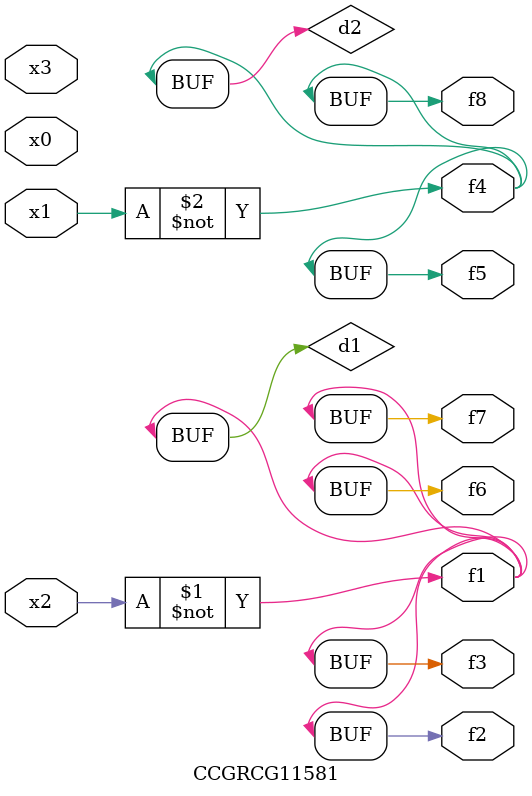
<source format=v>
module CCGRCG11581(
	input x0, x1, x2, x3,
	output f1, f2, f3, f4, f5, f6, f7, f8
);

	wire d1, d2;

	xnor (d1, x2);
	not (d2, x1);
	assign f1 = d1;
	assign f2 = d1;
	assign f3 = d1;
	assign f4 = d2;
	assign f5 = d2;
	assign f6 = d1;
	assign f7 = d1;
	assign f8 = d2;
endmodule

</source>
